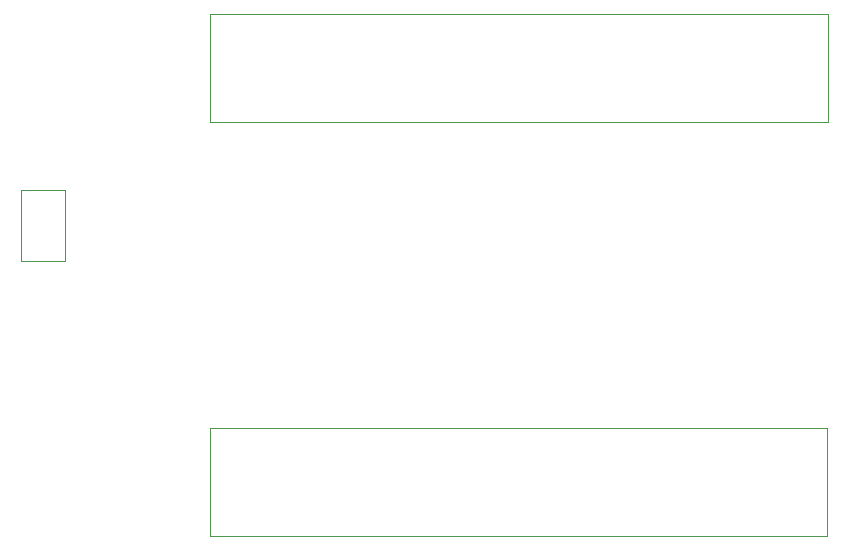
<source format=gbr>
G04*
G04 #@! TF.GenerationSoftware,Altium Limited,Altium Designer,24.1.2 (44)*
G04*
G04 Layer_Color=32768*
%FSLAX44Y44*%
%MOMM*%
G71*
G04*
G04 #@! TF.SameCoordinates,5DE7BCAC-930E-4ACC-850D-064FDCF0EFED*
G04*
G04*
G04 #@! TF.FilePolarity,Positive*
G04*
G01*
G75*
%ADD71C,0.1000*%
D71*
X10530Y238090D02*
Y298090D01*
X47530D01*
Y238090D02*
Y298090D01*
X10530Y238090D02*
X47530D01*
X171005Y355168D02*
Y447168D01*
X694006D01*
Y355168D02*
Y447168D01*
X171005Y355168D02*
X694006D01*
X693337Y4648D02*
Y96648D01*
X170336Y4648D02*
X693337D01*
X170336D02*
Y96648D01*
X693337D01*
M02*

</source>
